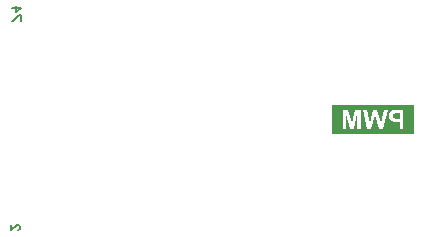
<source format=gbo>
G04*
G04 #@! TF.GenerationSoftware,Altium Limited,Altium Designer,22.11.1 (43)*
G04*
G04 Layer_Color=32896*
%FSLAX44Y44*%
%MOMM*%
G71*
G04*
G04 #@! TF.SameCoordinates,C7E27A77-0888-4956-AA08-943BE8D70555*
G04*
G04*
G04 #@! TF.FilePolarity,Positive*
G04*
G01*
G75*
%ADD13C,0.1500*%
G36*
X365000Y137500D02*
X295000D01*
Y162500D01*
X365000D01*
Y137500D01*
D02*
G37*
%LPC*%
G36*
X343444Y150740D02*
Y150578D01*
D01*
Y150740D01*
D02*
G37*
G36*
X319703Y158006D02*
X314867D01*
X311998Y147061D01*
X309151Y158006D01*
X304292D01*
Y141994D01*
X319703D01*
Y158006D01*
D02*
G37*
G36*
X342356D02*
X339048D01*
X336641Y146992D01*
X333725Y158006D01*
X329838D01*
X327061Y146807D01*
X324608Y158006D01*
X321346D01*
X325210Y141994D01*
X321346D01*
X342356D01*
X338562D01*
X342356Y158006D01*
D02*
G37*
G36*
X355708D02*
X349807D01*
X349553Y157983D01*
X348951D01*
X348303Y157937D01*
X347655Y157891D01*
X347378Y157867D01*
X347100Y157844D01*
X346869Y157798D01*
X346684Y157752D01*
X346660D01*
X346614Y157729D01*
X346545Y157705D01*
X346452Y157682D01*
X346198Y157567D01*
X345874Y157428D01*
X345527Y157219D01*
X345133Y156942D01*
X344763Y156595D01*
X344393Y156178D01*
Y156155D01*
X344346Y156132D01*
X344300Y156062D01*
X344254Y155970D01*
X344161Y155831D01*
X344092Y155692D01*
X343999Y155530D01*
X343907Y155345D01*
X343745Y154882D01*
X343583Y154373D01*
X343490Y153749D01*
X343444Y153077D01*
Y152823D01*
X343467Y152707D01*
Y152545D01*
X343513Y152221D01*
X343583Y151828D01*
X343675Y151388D01*
X343814Y150972D01*
X343999Y150578D01*
X344022Y150532D01*
X344092Y150416D01*
X344208Y150231D01*
X344370Y150000D01*
X344555Y149769D01*
X344809Y149491D01*
X345064Y149236D01*
X345365Y149005D01*
X345411Y148982D01*
X345503Y148912D01*
X345665Y148820D01*
X345874Y148704D01*
X346128Y148565D01*
X346406Y148450D01*
X346707Y148334D01*
X347031Y148241D01*
X347077D01*
X347146Y148218D01*
X347239D01*
X347355Y148195D01*
X347517Y148172D01*
X347678Y148149D01*
X347887D01*
X348095Y148126D01*
X348349Y148103D01*
X348627Y148079D01*
X348928Y148056D01*
X349252D01*
X349599Y148033D01*
X352468D01*
Y141994D01*
X343444D01*
D01*
X355708D01*
Y158006D01*
D02*
G37*
%LPD*%
G36*
X316718Y141994D02*
X313571D01*
X316718Y154582D01*
Y141994D01*
D02*
G37*
G36*
X310447D02*
X307277D01*
X307300Y154582D01*
X310447Y141994D01*
D02*
G37*
G36*
X335044D02*
X328704D01*
X331851Y153957D01*
X335044Y141994D01*
D02*
G37*
G36*
X352468Y150740D02*
X350247D01*
X350085Y150764D01*
X349669D01*
X349252Y150787D01*
X348835Y150833D01*
X348465Y150902D01*
X348303Y150926D01*
X348164Y150972D01*
X348141Y150995D01*
X348049Y151018D01*
X347933Y151088D01*
X347794Y151157D01*
X347632Y151273D01*
X347470Y151412D01*
X347285Y151573D01*
X347146Y151759D01*
X347123Y151782D01*
X347077Y151851D01*
X347031Y151967D01*
X346961Y152129D01*
X346892Y152314D01*
X346822Y152522D01*
X346799Y152754D01*
X346776Y153008D01*
Y153054D01*
Y153147D01*
X346799Y153309D01*
X346846Y153517D01*
X346915Y153749D01*
X347007Y154003D01*
X347123Y154235D01*
X347308Y154466D01*
X347331Y154489D01*
X347401Y154558D01*
X347517Y154651D01*
X347655Y154767D01*
X347840Y154906D01*
X348072Y155021D01*
X348326Y155114D01*
X348604Y155183D01*
X348627D01*
X348720Y155206D01*
X348882Y155230D01*
X349113Y155253D01*
X349414D01*
X349622Y155276D01*
X349831D01*
X350062Y155299D01*
X352468D01*
Y150740D01*
D02*
G37*
D13*
X31649Y233184D02*
Y238182D01*
X30399D01*
X25401Y233184D01*
X24151D01*
Y244430D02*
X31649D01*
X27900Y240681D01*
Y245680D01*
X23500Y60998D02*
Y56000D01*
X28498Y60998D01*
X29748D01*
X30998Y59749D01*
Y57250D01*
X29748Y56000D01*
M02*

</source>
